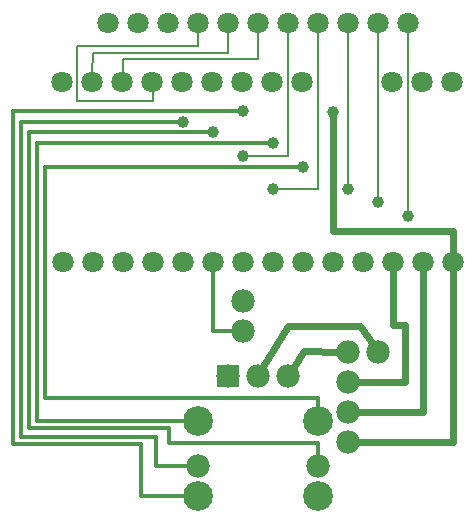
<source format=gbl>
G04 MADE WITH FRITZING*
G04 WWW.FRITZING.ORG*
G04 DOUBLE SIDED*
G04 HOLES PLATED*
G04 CONTOUR ON CENTER OF CONTOUR VECTOR*
%ASAXBY*%
%FSLAX23Y23*%
%MOIN*%
%OFA0B0*%
%SFA1.0B1.0*%
%ADD10C,0.039370*%
%ADD11C,0.070866*%
%ADD12C,0.099055*%
%ADD13C,0.078000*%
%ADD14R,0.078000X0.078000*%
%ADD15C,0.012000*%
%ADD16C,0.008000*%
%ADD17C,0.024000*%
%LNCOPPER0*%
G90*
G70*
G54D10*
X1150Y1122D03*
X1250Y1078D03*
X1350Y1033D03*
X800Y1383D03*
X600Y1347D03*
X700Y1311D03*
X900Y1275D03*
X1000Y1196D03*
X800Y1233D03*
X900Y1122D03*
X1100Y1379D03*
G54D11*
X1499Y1479D03*
X1399Y1479D03*
X1299Y1479D03*
X999Y1479D03*
X899Y1479D03*
X799Y1479D03*
X699Y1479D03*
X599Y1479D03*
X499Y1479D03*
X399Y1479D03*
X299Y1479D03*
X199Y1479D03*
X1500Y880D03*
X1400Y880D03*
X1300Y880D03*
X1200Y880D03*
X1100Y880D03*
X1000Y880D03*
X900Y880D03*
X800Y880D03*
X700Y880D03*
X600Y880D03*
X500Y880D03*
X400Y880D03*
X300Y880D03*
X200Y880D03*
G54D12*
X1050Y100D03*
X650Y100D03*
X650Y350D03*
G54D13*
X1050Y200D03*
G54D12*
X1050Y350D03*
G54D13*
X650Y200D03*
G54D11*
X350Y1675D03*
X450Y1675D03*
X550Y1675D03*
X650Y1675D03*
X750Y1675D03*
X850Y1675D03*
X950Y1675D03*
X1050Y1675D03*
X1150Y1675D03*
X1250Y1675D03*
X1350Y1675D03*
X350Y1675D03*
X450Y1675D03*
X550Y1675D03*
X650Y1675D03*
X750Y1675D03*
X850Y1675D03*
X950Y1675D03*
X1050Y1675D03*
X1150Y1675D03*
X1250Y1675D03*
X1350Y1675D03*
G54D13*
X800Y750D03*
X800Y650D03*
X1150Y580D03*
X1250Y580D03*
X1150Y280D03*
X1150Y380D03*
X1150Y480D03*
X750Y500D03*
X850Y500D03*
X950Y500D03*
G54D14*
X750Y500D03*
G54D15*
X700Y650D02*
X700Y855D01*
D02*
X775Y650D02*
X700Y650D01*
G54D16*
D02*
X650Y1600D02*
X650Y1649D01*
D02*
X500Y1417D02*
X249Y1417D01*
D02*
X249Y1417D02*
X249Y1600D01*
D02*
X249Y1600D02*
X650Y1600D01*
D02*
X400Y1554D02*
X850Y1554D01*
D02*
X850Y1554D02*
X850Y1649D01*
D02*
X300Y1577D02*
X750Y1577D01*
D02*
X750Y1577D02*
X750Y1649D01*
G54D17*
D02*
X1500Y982D02*
X1100Y982D01*
D02*
X1500Y911D02*
X1500Y982D01*
G54D16*
D02*
X1350Y1047D02*
X1350Y1649D01*
D02*
X1250Y1091D02*
X1250Y1649D01*
D02*
X1150Y1136D02*
X1150Y1649D01*
D02*
X1050Y1122D02*
X1050Y1649D01*
D02*
X950Y1233D02*
X950Y1649D01*
G54D15*
D02*
X35Y1383D02*
X786Y1383D01*
D02*
X35Y271D02*
X35Y1383D01*
D02*
X462Y271D02*
X35Y271D01*
D02*
X462Y100D02*
X462Y271D01*
D02*
X626Y100D02*
X462Y100D01*
D02*
X586Y1347D02*
X61Y1347D01*
D02*
X61Y1347D02*
X61Y297D01*
D02*
X61Y297D02*
X510Y297D01*
D02*
X510Y297D02*
X510Y200D01*
D02*
X510Y200D02*
X625Y200D01*
D02*
X686Y1311D02*
X88Y1311D01*
D02*
X88Y1311D02*
X88Y324D01*
D02*
X556Y275D02*
X1050Y275D01*
D02*
X556Y324D02*
X556Y275D01*
D02*
X88Y324D02*
X556Y324D01*
D02*
X1050Y275D02*
X1050Y225D01*
D02*
X886Y1275D02*
X114Y1275D01*
D02*
X114Y1275D02*
X114Y350D01*
D02*
X114Y350D02*
X626Y350D01*
D02*
X986Y1196D02*
X140Y1196D01*
D02*
X140Y1196D02*
X140Y425D01*
D02*
X140Y425D02*
X1050Y425D01*
D02*
X1050Y425D02*
X1050Y375D01*
G54D16*
D02*
X913Y1122D02*
X1050Y1122D01*
D02*
X813Y1233D02*
X950Y1233D01*
G54D17*
D02*
X1100Y1360D02*
X1100Y982D01*
G54D16*
D02*
X500Y1417D02*
X500Y1454D01*
D02*
X299Y1505D02*
X300Y1577D01*
D02*
X400Y1554D02*
X400Y1505D01*
G54D17*
D02*
X1500Y280D02*
X1180Y280D01*
D02*
X1500Y850D02*
X1500Y280D01*
D02*
X1400Y850D02*
X1400Y380D01*
D02*
X1400Y380D02*
X1180Y380D01*
D02*
X1341Y668D02*
X1341Y480D01*
D02*
X1300Y668D02*
X1341Y668D01*
D02*
X1300Y850D02*
X1300Y668D01*
D02*
X1341Y480D02*
X1180Y480D01*
D02*
X1192Y667D02*
X952Y667D01*
D02*
X952Y667D02*
X866Y526D01*
D02*
X1233Y606D02*
X1192Y667D01*
D02*
X1004Y581D02*
X967Y525D01*
D02*
X1120Y580D02*
X1004Y581D01*
G04 End of Copper0*
M02*
</source>
